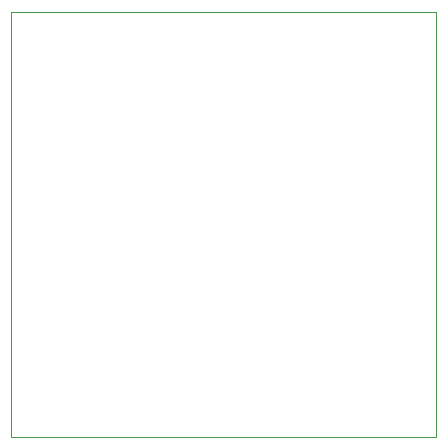
<source format=gbr>
G04 #@! TF.FileFunction,Profile,NP*
%FSLAX46Y46*%
G04 Gerber Fmt 4.6, Leading zero omitted, Abs format (unit mm)*
G04 Created by KiCad (PCBNEW (after 2015-mar-04 BZR unknown)-product) date 20/07/2015 3:05:55 PM*
%MOMM*%
G01*
G04 APERTURE LIST*
%ADD10C,0.100000*%
G04 APERTURE END LIST*
D10*
X128000000Y-164000000D02*
X128000000Y-128000000D01*
X164000000Y-164000000D02*
X128000000Y-164000000D01*
X164000000Y-128000000D02*
X164000000Y-164000000D01*
X128000000Y-128000000D02*
X164000000Y-128000000D01*
M02*

</source>
